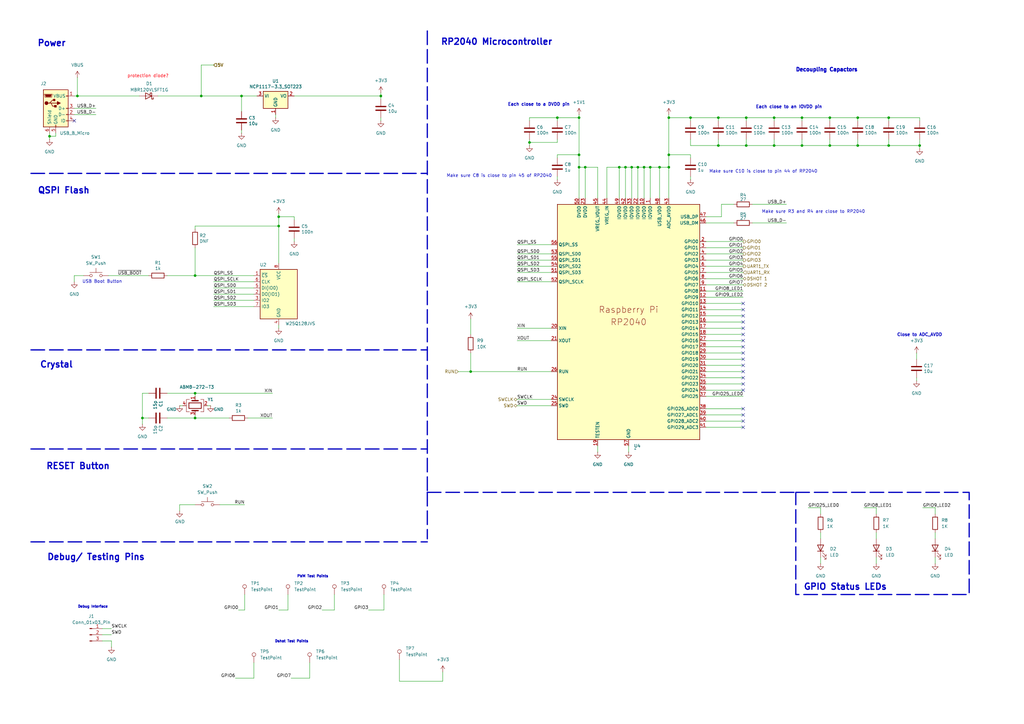
<source format=kicad_sch>
(kicad_sch (version 20231120) (generator "eeschema") (generator_version "8.0")
  (paper "A3")
  (title_block (title "RP2040 MCU") (date "2024-09-03") (rev "1") (company "Cabrillo Robotics"))
  (lib_symbols
    (symbol "Connector:Conn_01x03_Pin" (pin_names (offset 1.016) hide)
      (property "Reference" "J" (at 0 5.08 0))
      (property "Value" "Conn_01x03_Pin" (at 0 -5.08 0))
      (symbol "Conn_01x03_Pin_1_1"
        (polyline (pts (xy 1.27 -2.54) (xy 0.8636 -2.54)) (stroke (width 0.1524)))
        (polyline (pts (xy 1.27 0) (xy 0.8636 0)) (stroke (width 0.1524)))
        (polyline (pts (xy 1.27 2.54) (xy 0.8636 2.54)) (stroke (width 0.1524)))
        (rectangle (start 0.8636 -2.413) (end 0 -2.667) (stroke (width 0.1524)) (fill (type outline)))
        (rectangle (start 0.8636 0.127) (end 0 -0.127) (stroke (width 0.1524)) (fill (type outline)))
        (rectangle (start 0.8636 2.667) (end 0 2.413) (stroke (width 0.1524)) (fill (type outline)))
        (pin passive line (at 5.08 2.54 180) (length 3.81) (name "Pin_1") (number "1"))
        (pin passive line (at 5.08 0 180) (length 3.81) (name "Pin_2") (number "2"))
        (pin passive line (at 5.08 -2.54 180) (length 3.81) (name "Pin_3") (number "3"))
      )
    )
    (symbol "Connector:TestPoint" (pin_numbers hide) (pin_names (offset 0.762) hide)
      (property "Reference" "TP" (at 0 6.858 0))
      (property "Value" "TestPoint" (at 0 5.08 0))
      (symbol "TestPoint_0_1"
        (circle (center 0 3.302) (radius 0.762))
      )
      (symbol "TestPoint_1_1"
        (pin passive line (at 0 0 90) (length 2.54) (name "1") (number "1"))
      )
    )
    (symbol "Connector:USB_B_Micro" (pin_names (offset 1.016))
      (property "Reference" "J" (at -5.08 11.43 0))
      (property "Value" "USB_B_Micro" (at -5.08 8.89 0))
      (symbol "USB_B_Micro_0_1"
        (rectangle (start -5.08 -7.62) (end 5.08 7.62) (stroke (width 0.254)) (fill (type background)))
        (circle (center -3.81 2.159) (radius 0.635) (stroke (width 0.254)) (fill (type outline)))
        (circle (center -0.635 3.429) (radius 0.381) (stroke (width 0.254)) (fill (type outline)))
        (rectangle (start -0.127 -7.62) (end 0.127 -6.858))
        (polyline (pts (xy -1.905 2.159) (xy 0.635 2.159)) (stroke (width 0.254)))
        (polyline (pts (xy -3.175 2.159) (xy -2.54 2.159) (xy -1.27 3.429) (xy -0.635 3.429)) (stroke (width 0.254)))
        (polyline (pts (xy -2.54 2.159) (xy -1.905 2.159) (xy -1.27 0.889) (xy 0 0.889)) (stroke (width 0.254)))
        (polyline (pts (xy 0.635 2.794) (xy 0.635 1.524) (xy 1.905 2.159) (xy 0.635 2.794)) (stroke (width 0.254)) (fill (type outline)))
        (polyline (pts (xy -4.318 5.588) (xy -1.778 5.588) (xy -2.032 4.826) (xy -4.064 4.826) (xy -4.318 5.588)) (fill (type outline)))
        (polyline (pts (xy -4.699 5.842) (xy -4.699 5.588) (xy -4.445 4.826) (xy -4.445 4.572) (xy -1.651 4.572) (xy -1.651 4.826) (xy -1.397 5.588) (xy -1.397 5.842) (xy -4.699 5.842)))
        (rectangle (start 0.254 1.27) (end -0.508 0.508) (stroke (width 0.254)) (fill (type outline)))
        (rectangle (start 5.08 -5.207) (end 4.318 -4.953))
        (rectangle (start 5.08 -2.667) (end 4.318 -2.413))
        (rectangle (start 5.08 -0.127) (end 4.318 0.127))
        (rectangle (start 5.08 4.953) (end 4.318 5.207))
      )
      (symbol "USB_B_Micro_1_1"
        (pin power_out line (at 7.62 5.08 180) (length 2.54) (name "VBUS") (number "1"))
        (pin bidirectional line (at 7.62 -2.54 180) (length 2.54) (name "D-") (number "2"))
        (pin bidirectional line (at 7.62 0 180) (length 2.54) (name "D+") (number "3"))
        (pin passive line (at 7.62 -5.08 180) (length 2.54) (name "ID") (number "4"))
        (pin power_out line (at 0 -10.16 90) (length 2.54) (name "GND") (number "5"))
        (pin passive line (at -2.54 -10.16 90) (length 2.54) (name "Shield") (number "6"))
      )
    )
    (symbol "Device:C" (pin_numbers hide) (pin_names (offset 0.254))
      (property "Reference" "C" (at 0.635 2.54 0))
      (property "Value" "C" (at 0.635 -2.54 0))
      (symbol "C_0_1"
        (polyline (pts (xy -2.032 -0.762) (xy 2.032 -0.762)) (stroke (width 0.508)))
        (polyline (pts (xy -2.032 0.762) (xy 2.032 0.762)) (stroke (width 0.508)))
      )
      (symbol "C_1_1"
        (pin passive line (at 0 3.81 270) (length 2.794) (name "~") (number "1"))
        (pin passive line (at 0 -3.81 90) (length 2.794) (name "~") (number "2"))
      )
    )
    (symbol "Device:Crystal_GND24" (pin_names (offset 1.016) hide)
      (property "Reference" "Y" (at 3.175 5.08 0))
      (property "Value" "Crystal_GND24" (at 3.175 3.175 0))
      (symbol "Crystal_GND24_0_1"
        (rectangle (start -1.143 2.54) (end 1.143 -2.54) (stroke (width 0.3048)))
        (polyline (pts (xy -2.54 0) (xy -2.032 0)))
        (polyline (pts (xy -2.032 -1.27) (xy -2.032 1.27)) (stroke (width 0.508)))
        (polyline (pts (xy 0 -3.81) (xy 0 -3.556)))
        (polyline (pts (xy 0 3.556) (xy 0 3.81)))
        (polyline (pts (xy 2.032 -1.27) (xy 2.032 1.27)) (stroke (width 0.508)))
        (polyline (pts (xy 2.032 0) (xy 2.54 0)))
        (polyline (pts (xy -2.54 -2.286) (xy -2.54 -3.556) (xy 2.54 -3.556) (xy 2.54 -2.286)))
        (polyline (pts (xy -2.54 2.286) (xy -2.54 3.556) (xy 2.54 3.556) (xy 2.54 2.286)))
      )
      (symbol "Crystal_GND24_1_1"
        (pin passive line (at -3.81 0 0) (length 1.27) (name "1") (number "1"))
        (pin passive line (at 0 5.08 270) (length 1.27) (name "2") (number "2"))
        (pin passive line (at 3.81 0 180) (length 1.27) (name "3") (number "3"))
        (pin passive line (at 0 -5.08 90) (length 1.27) (name "4") (number "4"))
      )
    )
    (symbol "Device:LED" (pin_numbers hide) (pin_names (offset 1.016) hide)
      (property "Reference" "D" (at 0 2.54 0))
      (property "Value" "LED" (at 0 -2.54 0))
      (symbol "LED_0_1"
        (polyline (pts (xy -1.27 -1.27) (xy -1.27 1.27)) (stroke (width 0.254)))
        (polyline (pts (xy -1.27 0) (xy 1.27 0)))
        (polyline (pts (xy 1.27 -1.27) (xy 1.27 1.27) (xy -1.27 0) (xy 1.27 -1.27)) (stroke (width 0.254)))
        (polyline (pts (xy -3.048 -0.762) (xy -4.572 -2.286) (xy -3.81 -2.286) (xy -4.572 -2.286) (xy -4.572 -1.524)))
        (polyline (pts (xy -1.778 -0.762) (xy -3.302 -2.286) (xy -2.54 -2.286) (xy -3.302 -2.286) (xy -3.302 -1.524)))
      )
      (symbol "LED_1_1"
        (pin passive line (at -3.81 0 0) (length 2.54) (name "K") (number "1"))
        (pin passive line (at 3.81 0 180) (length 2.54) (name "A") (number "2"))
      )
    )
    (symbol "Device:R" (pin_numbers hide) (pin_names (offset 0))
      (property "Reference" "R" (at 2.032 0 90))
      (property "Value" "R" (at 0 0 90))
      (symbol "R_0_1"
        (rectangle (start -1.016 -2.54) (end 1.016 2.54) (stroke (width 0.254)))
      )
      (symbol "R_1_1"
        (pin passive line (at 0 3.81 270) (length 1.27) (name "~") (number "1"))
        (pin passive line (at 0 -3.81 90) (length 1.27) (name "~") (number "2"))
      )
    )
    (symbol "Diode:MBR0520LT" (pin_numbers hide) (pin_names (offset 1.016) hide)
      (property "Reference" "D" (at 0 2.54 0))
      (property "Value" "MBR0520LT" (at 0 -2.54 0))
      (symbol "MBR0520LT_0_1"
        (polyline (pts (xy 1.27 0) (xy -1.27 0)))
        (polyline (pts (xy 1.27 1.27) (xy 1.27 -1.27) (xy -1.27 0) (xy 1.27 1.27)) (stroke (width 0.254)))
        (polyline (pts (xy -1.905 0.635) (xy -1.905 1.27) (xy -1.27 1.27) (xy -1.27 -1.27) (xy -0.635 -1.27) (xy -0.635 -0.635)) (stroke (width 0.254)))
      )
      (symbol "MBR0520LT_1_1"
        (pin passive line (at -3.81 0 0) (length 2.54) (name "K") (number "1"))
        (pin passive line (at 3.81 0 180) (length 2.54) (name "A") (number "2"))
      )
    )
    (symbol "GND_1" (power) (pin_numbers hide) (pin_names (offset 0) hide)
      (property "Value" "GND" (at 0 -3.81 0))
      (symbol "GND_1_0_1"
        (polyline (pts (xy 0 0) (xy 0 -1.27) (xy 1.27 -1.27) (xy 0 -2.54) (xy -1.27 -1.27) (xy 0 -1.27)))
      )
      (symbol "GND_1_1_1"
        (pin power_in line (at 0 0 270) (length 0) (name "~") (number "1"))
      )
    )
    (symbol "GND_2" (power) (pin_numbers hide) (pin_names (offset 0) hide)
      (property "Value" "GND" (at 0 -3.81 0))
      (symbol "GND_2_0_1"
        (polyline (pts (xy 0 0) (xy 0 -1.27) (xy 1.27 -1.27) (xy 0 -2.54) (xy -1.27 -1.27) (xy 0 -1.27)))
      )
      (symbol "GND_2_1_1"
        (pin power_in line (at 0 0 270) (length 0) (name "~") (number "1"))
      )
    )
    (symbol "Memory_Flash:W25Q128JVS"
      (property "Reference" "U" (at -8.89 8.89 0))
      (property "Value" "W25Q128JVS" (at 7.62 8.89 0))
      (symbol "W25Q128JVS_0_1"
        (rectangle (start -7.62 10.16) (end 7.62 -10.16) (stroke (width 0.254)) (fill (type background)))
      )
      (symbol "W25Q128JVS_1_1"
        (pin input line (at -10.16 7.62 0) (length 2.54) (name "~{CS}") (number "1"))
        (pin bidirectional line (at -10.16 0 0) (length 2.54) (name "DO(IO1)") (number "2"))
        (pin bidirectional line (at -10.16 -2.54 0) (length 2.54) (name "IO2") (number "3"))
        (pin power_in line (at 0 -12.7 90) (length 2.54) (name "GND") (number "4"))
        (pin bidirectional line (at -10.16 2.54 0) (length 2.54) (name "DI(IO0)") (number "5"))
        (pin input line (at -10.16 5.08 0) (length 2.54) (name "CLK") (number "6"))
        (pin bidirectional line (at -10.16 -5.08 0) (length 2.54) (name "IO3") (number "7"))
        (pin power_in line (at 0 12.7 270) (length 2.54) (name "VCC") (number "8"))
      )
    )
    (symbol "RP_2040:RP2040"
      (property "Reference" "U" (at 0 0 0))
      (symbol "RP2040_0_0"
        (text "Raspberry Pi" (at 0 7.62 0) (effects (font (size 2.54 2.54))))
        (text "RP2040" (at 0 2.54 0) (effects (font (size 2.54 2.54))))
      )
      (symbol "RP2040_0_1"
        (rectangle (start 29.21 50.8) (end -29.21 -45.72) (stroke (width 0.254)) (fill (type background)))
      )
      (symbol "RP2040_1_1"
        (pin power_in line (at 8.89 53.34 270) (length 2.54) (name "IOVDD") (number "1"))
        (pin power_in line (at 6.35 53.34 270) (length 2.54) (name "IOVDD") (number "10"))
        (pin bidirectional line (at 31.75 15.24 180) (length 2.54) (name "GPIO8") (number "11"))
        (pin bidirectional line (at 31.75 12.7 180) (length 2.54) (name "GPIO9") (number "12"))
        (pin bidirectional line (at 31.75 10.16 180) (length 2.54) (name "GPIO10") (number "13"))
        (pin bidirectional line (at 31.75 7.62 180) (length 2.54) (name "GPIO11") (number "14"))
        (pin bidirectional line (at 31.75 5.08 180) (length 2.54) (name "GPIO12") (number "15"))
        (pin bidirectional line (at 31.75 2.54 180) (length 2.54) (name "GPIO13") (number "16"))
        (pin bidirectional line (at 31.75 0 180) (length 2.54) (name "GPIO14") (number "17"))
        (pin bidirectional line (at 31.75 -2.54 180) (length 2.54) (name "GPIO15") (number "18"))
        (pin passive line (at -12.7 -48.26 90) (length 2.54) (name "TESTEN") (number "19"))
        (pin bidirectional line (at 31.75 35.56 180) (length 2.54) (name "GPIO0") (number "2"))
        (pin input line (at -31.75 0 0) (length 2.54) (name "XIN") (number "20"))
        (pin passive line (at -31.75 -5.08 0) (length 2.54) (name "XOUT") (number "21"))
        (pin power_in line (at 3.81 53.34 270) (length 2.54) (name "IOVDD") (number "22"))
        (pin power_in line (at -17.78 53.34 270) (length 2.54) (name "DVDD") (number "23"))
        (pin output line (at -31.75 -29.21 0) (length 2.54) (name "SWCLK") (number "24"))
        (pin bidirectional line (at -31.75 -31.75 0) (length 2.54) (name "SWD") (number "25"))
        (pin input line (at -31.75 -17.78 0) (length 2.54) (name "RUN") (number "26"))
        (pin bidirectional line (at 31.75 -5.08 180) (length 2.54) (name "GPIO16") (number "27"))
        (pin bidirectional line (at 31.75 -7.62 180) (length 2.54) (name "GPIO17") (number "28"))
        (pin bidirectional line (at 31.75 -10.16 180) (length 2.54) (name "GPIO18") (number "29"))
        (pin bidirectional line (at 31.75 33.02 180) (length 2.54) (name "GPIO1") (number "3"))
        (pin bidirectional line (at 31.75 -12.7 180) (length 2.54) (name "GPIO19") (number "30"))
        (pin bidirectional line (at 31.75 -15.24 180) (length 2.54) (name "GPIO20") (number "31"))
        (pin bidirectional line (at 31.75 -17.78 180) (length 2.54) (name "GPIO21") (number "32"))
        (pin power_in line (at 1.27 53.34 270) (length 2.54) (name "IOVDD") (number "33"))
        (pin bidirectional line (at 31.75 -20.32 180) (length 2.54) (name "GPIO22") (number "34"))
        (pin bidirectional line (at 31.75 -22.86 180) (length 2.54) (name "GPIO23") (number "35"))
        (pin bidirectional line (at 31.75 -25.4 180) (length 2.54) (name "GPIO24") (number "36"))
        (pin bidirectional line (at 31.75 -27.94 180) (length 2.54) (name "GPIO25") (number "37"))
        (pin bidirectional line (at 31.75 -33.02 180) (length 2.54) (name "GPIO26_ADC0") (number "38"))
        (pin bidirectional line (at 31.75 -35.56 180) (length 2.54) (name "GPIO27_ADC1") (number "39"))
        (pin bidirectional line (at 31.75 30.48 180) (length 2.54) (name "GPIO2") (number "4"))
        (pin bidirectional line (at 31.75 -38.1 180) (length 2.54) (name "GPIO28_ADC2") (number "40"))
        (pin bidirectional line (at 31.75 -40.64 180) (length 2.54) (name "GPIO29_ADC3") (number "41"))
        (pin power_in line (at -1.27 53.34 270) (length 2.54) (name "IOVDD") (number "42"))
        (pin power_in line (at 16.51 53.34 270) (length 2.54) (name "ADC_AVDD") (number "43"))
        (pin power_in line (at -8.89 53.34 270) (length 2.54) (name "VREG_IN") (number "44"))
        (pin power_out line (at -12.7 53.34 270) (length 2.54) (name "VREG_VOUT") (number "45"))
        (pin bidirectional line (at 31.75 43.18 180) (length 2.54) (name "USB_DM") (number "46"))
        (pin bidirectional line (at 31.75 45.72 180) (length 2.54) (name "USB_DP") (number "47"))
        (pin power_in line (at 12.7 53.34 270) (length 2.54) (name "USB_VDD") (number "48"))
        (pin power_in line (at -3.81 53.34 270) (length 2.54) (name "IOVDD") (number "49"))
        (pin bidirectional line (at 31.75 27.94 180) (length 2.54) (name "GPIO3") (number "5"))
        (pin power_in line (at -20.32 53.34 270) (length 2.54) (name "DVDD") (number "50"))
        (pin bidirectional line (at -31.75 22.86 0) (length 2.54) (name "QSPI_SD3") (number "51"))
        (pin output line (at -31.75 19.05 0) (length 2.54) (name "QSPI_SCLK") (number "52"))
        (pin bidirectional line (at -31.75 30.48 0) (length 2.54) (name "QSPI_SD0") (number "53"))
        (pin bidirectional line (at -31.75 25.4 0) (length 2.54) (name "QSPI_SD2") (number "54"))
        (pin bidirectional line (at -31.75 27.94 0) (length 2.54) (name "QSPI_SD1") (number "55"))
        (pin bidirectional line (at -31.75 34.29 0) (length 2.54) (name "QSPI_SS") (number "56"))
        (pin power_in line (at 0 -48.26 90) (length 2.54) (name "GND") (number "57"))
        (pin bidirectional line (at 31.75 25.4 180) (length 2.54) (name "GPIO4") (number "6"))
        (pin bidirectional line (at 31.75 22.86 180) (length 2.54) (name "GPIO5") (number "7"))
        (pin bidirectional line (at 31.75 20.32 180) (length 2.54) (name "GPIO6") (number "8"))
        (pin bidirectional line (at 31.75 17.78 180) (length 2.54) (name "GPIO7") (number "9"))
      )
    )
    (symbol "Regulator_Linear:NCP1117-3.3_SOT223"
      (property "Reference" "U" (at -3.81 3.175 0))
      (property "Value" "NCP1117-3.3_SOT223" (at 0 3.175 0))
      (symbol "NCP1117-3.3_SOT223_0_1"
        (rectangle (start -5.08 -5.08) (end 5.08 1.905) (stroke (width 0.254)) (fill (type background)))
      )
      (symbol "NCP1117-3.3_SOT223_1_1"
        (pin power_in line (at 0 -7.62 90) (length 2.54) (name "GND") (number "1"))
        (pin power_out line (at 7.62 0 180) (length 2.54) (name "VO") (number "2"))
        (pin power_in line (at -7.62 0 0) (length 2.54) (name "VI") (number "3"))
      )
    )
    (symbol "Switch:SW_Push" (pin_numbers hide) (pin_names (offset 1.016) hide)
      (property "Reference" "SW" (at 1.27 2.54 0))
      (property "Value" "SW_Push" (at 0 -1.524 0))
      (symbol "SW_Push_0_1"
        (circle (center -2.032 0) (radius 0.508))
        (polyline (pts (xy 0 1.27) (xy 0 3.048)))
        (polyline (pts (xy 2.54 1.27) (xy -2.54 1.27)))
        (circle (center 2.032 0) (radius 0.508))
        (pin passive line (at -5.08 0 0) (length 2.54) (name "1") (number "1"))
        (pin passive line (at 5.08 0 180) (length 2.54) (name "2") (number "2"))
      )
    )
    (symbol "power:+3.3V" (power) (pin_numbers hide) (pin_names (offset 0) hide)
      (property "Value" "+3.3V" (at 0 3.556 0))
      (symbol "+3.3V_0_1"
        (polyline (pts (xy -0.762 1.27) (xy 0 2.54)))
        (polyline (pts (xy 0 0) (xy 0 2.54)))
        (polyline (pts (xy 0 2.54) (xy 0.762 1.27)))
      )
      (symbol "+3.3V_1_1"
        (pin power_in line (at 0 0 90) (length 0) (name "~") (number "1"))
      )
    )
    (symbol "power:GND" (power) (pin_names (offset 0))
      (property "Value" "GND" (at 0 -3.81 0))
      (symbol "GND_0_1"
        (polyline (pts (xy 0 0) (xy 0 -1.27) (xy 1.27 -1.27) (xy 0 -2.54) (xy -1.27 -1.27) (xy 0 -1.27)))
      )
      (symbol "GND_1_1"
        (pin power_in line (at 0 0 270) (length 0) hide (name "GND") (number "1"))
      )
    )
  )
  (junction (at 193.04 152.4))
  (junction (at 377.19 59.69))
  (junction (at 80.01 171.45))
  (junction (at 274.32 63.5))
  (junction (at 317.5 48.26))
  (junction (at 274.32 68.58))
  (junction (at 156.21 39.37))
  (junction (at 114.3 88.9))
  (junction (at 328.93 59.69))
  (junction (at 340.36 48.26))
  (junction (at 237.49 68.58))
  (junction (at 340.36 59.69))
  (junction (at 283.21 48.26))
  (junction (at 364.49 59.69))
  (junction (at 306.07 48.26))
  (junction (at 80.01 161.29))
  (junction (at 261.62 68.58))
  (junction (at 264.16 68.58))
  (junction (at 256.54 68.58))
  (junction (at 351.79 48.26))
  (junction (at 82.55 39.37))
  (junction (at 228.6 48.26))
  (junction (at 294.64 59.69))
  (junction (at 114.3 92.71))
  (junction (at 80.01 113.03))
  (junction (at 237.49 48.26))
  (junction (at 259.08 68.58))
  (junction (at 240.03 68.58))
  (junction (at 31.75 39.37))
  (junction (at 328.93 48.26))
  (junction (at 274.32 48.26))
  (junction (at 317.5 59.69))
  (junction (at 351.79 59.69))
  (junction (at 58.42 171.45))
  (junction (at 266.7 68.58))
  (junction (at 294.64 48.26))
  (junction (at 364.49 48.26))
  (junction (at 237.49 63.5))
  (junction (at 270.51 68.58))
  (junction (at 20.32 55.88))
  (junction (at 99.06 39.37))
  (junction (at 254 68.58))
  (junction (at 217.17 58.42))
  (junction (at 306.07 59.69))
  (no_connect (at 30.48 49.53))
  (no_connect (at 304.8 127))
  (no_connect (at 304.8 124.46))
  (no_connect (at 304.8 149.86))
  (no_connect (at 304.8 142.24))
  (no_connect (at 304.8 157.48))
  (no_connect (at 304.8 139.7))
  (no_connect (at 304.8 144.78))
  (no_connect (at 304.8 129.54))
  (no_connect (at 304.8 170.18))
  (no_connect (at 304.8 167.64))
  (no_connect (at 304.8 134.62))
  (no_connect (at 304.8 175.26))
  (no_connect (at 304.8 147.32))
  (no_connect (at 304.8 152.4))
  (no_connect (at 304.8 132.08))
  (no_connect (at 304.8 154.94))
  (no_connect (at 304.8 172.72))
  (no_connect (at 304.8 137.16))
  (no_connect (at 304.8 160.02))
  (wire (pts (xy 336.55 210.82) (xy 336.55 208.28)))
  (wire (pts (xy 31.75 39.37) (xy 57.15 39.37)))
  (wire (pts (xy 328.93 59.69) (xy 317.5 59.69)))
  (wire (pts (xy 22.86 54.61) (xy 22.86 55.88)))
  (wire (pts (xy 364.49 49.53) (xy 364.49 48.26)))
  (wire (pts (xy 99.06 39.37) (xy 99.06 45.72)))
  (wire (pts (xy 104.14 278.13) (xy 104.14 271.78)))
  (wire (pts (xy 289.56 162.56) (xy 304.8 162.56)))
  (wire (pts (xy 228.6 63.5) (xy 237.49 63.5)))
  (wire (pts (xy 82.55 39.37) (xy 99.06 39.37)))
  (wire (pts (xy 340.36 49.53) (xy 340.36 48.26)))
  (wire (pts (xy 283.21 57.15) (xy 283.21 59.69)))
  (wire (pts (xy 289.56 172.72) (xy 304.8 172.72)))
  (wire (pts (xy 156.21 40.64) (xy 156.21 39.37)))
  (wire (pts (xy 351.79 48.26) (xy 364.49 48.26)))
  (wire (pts (xy 289.56 91.44) (xy 300.99 91.44)))
  (wire (pts (xy 317.5 49.53) (xy 317.5 48.26)))
  (wire (pts (xy 317.5 57.15) (xy 317.5 59.69)))
  (polyline (pts (xy 12.7 184.15) (xy 175.26 184.15)) (stroke (width 0.508) (type dash)))
  (wire (pts (xy 289.56 175.26) (xy 304.8 175.26)))
  (wire (pts (xy 118.11 250.19) (xy 118.11 243.84)))
  (wire (pts (xy 377.19 57.15) (xy 377.19 59.69)))
  (wire (pts (xy 289.56 170.18) (xy 304.8 170.18)))
  (wire (pts (xy 212.09 134.62) (xy 226.06 134.62)))
  (wire (pts (xy 114.3 92.71) (xy 114.3 107.95)))
  (wire (pts (xy 85.09 166.37) (xy 86.36 166.37)))
  (wire (pts (xy 80.01 92.71) (xy 114.3 92.71)))
  (wire (pts (xy 114.3 88.9) (xy 114.3 92.71)))
  (wire (pts (xy 294.64 49.53) (xy 294.64 48.26)))
  (wire (pts (xy 193.04 152.4) (xy 226.06 152.4)))
  (wire (pts (xy 217.17 49.53) (xy 217.17 48.26)))
  (wire (pts (xy 237.49 48.26) (xy 237.49 63.5)))
  (wire (pts (xy 351.79 57.15) (xy 351.79 59.69)))
  (wire (pts (xy 41.91 257.81) (xy 45.72 257.81)))
  (wire (pts (xy 378.46 208.28) (xy 383.54 208.28)))
  (wire (pts (xy 340.36 57.15) (xy 340.36 59.69)))
  (wire (pts (xy 294.64 59.69) (xy 283.21 59.69)))
  (wire (pts (xy 289.56 127) (xy 304.8 127)))
  (wire (pts (xy 274.32 68.58) (xy 274.32 81.28)))
  (wire (pts (xy 245.11 68.58) (xy 240.03 68.58)))
  (wire (pts (xy 254 81.28) (xy 254 68.58)))
  (wire (pts (xy 181.61 275.59) (xy 181.61 279.4)))
  (wire (pts (xy 317.5 48.26) (xy 328.93 48.26)))
  (wire (pts (xy 104.14 125.73) (xy 87.63 125.73)))
  (wire (pts (xy 289.56 88.9) (xy 295.91 88.9)))
  (wire (pts (xy 240.03 81.28) (xy 240.03 68.58)))
  (wire (pts (xy 60.96 161.29) (xy 58.42 161.29)))
  (wire (pts (xy 264.16 81.28) (xy 264.16 68.58)))
  (wire (pts (xy 73.66 209.55) (xy 73.66 207.01)))
  (wire (pts (xy 187.96 152.4) (xy 193.04 152.4)))
  (wire (pts (xy 212.09 109.22) (xy 226.06 109.22)))
  (wire (pts (xy 228.6 48.26) (xy 237.49 48.26)))
  (wire (pts (xy 119.38 278.13) (xy 127 278.13)))
  (wire (pts (xy 163.83 279.4) (xy 163.83 270.51)))
  (wire (pts (xy 73.66 166.37) (xy 74.93 166.37)))
  (wire (pts (xy 289.56 104.14) (xy 304.8 104.14)))
  (wire (pts (xy 82.55 26.67) (xy 82.55 39.37)))
  (wire (pts (xy 270.51 81.28) (xy 270.51 68.58)))
  (wire (pts (xy 289.56 111.76) (xy 304.8 111.76)))
  (wire (pts (xy 306.07 57.15) (xy 306.07 59.69)))
  (wire (pts (xy 100.33 250.19) (xy 100.33 243.84)))
  (wire (pts (xy 226.06 163.83) (xy 212.09 163.83)))
  (wire (pts (xy 228.6 49.53) (xy 228.6 48.26)))
  (wire (pts (xy 331.47 208.28) (xy 336.55 208.28)))
  (wire (pts (xy 120.65 39.37) (xy 156.21 39.37)))
  (wire (pts (xy 157.48 250.19) (xy 157.48 243.84)))
  (wire (pts (xy 60.96 113.03) (xy 44.45 113.03)))
  (wire (pts (xy 377.19 59.69) (xy 377.19 60.96)))
  (wire (pts (xy 257.81 182.88) (xy 257.81 185.42)))
  (wire (pts (xy 20.32 55.88) (xy 20.32 57.15)))
  (wire (pts (xy 256.54 81.28) (xy 256.54 68.58)))
  (wire (pts (xy 212.09 111.76) (xy 226.06 111.76)))
  (wire (pts (xy 163.83 279.4) (xy 181.61 279.4)))
  (wire (pts (xy 80.01 161.29) (xy 111.76 161.29)))
  (wire (pts (xy 354.33 208.28) (xy 359.41 208.28)))
  (wire (pts (xy 87.63 115.57) (xy 104.14 115.57)))
  (wire (pts (xy 226.06 115.57) (xy 212.09 115.57)))
  (wire (pts (xy 294.64 48.26) (xy 306.07 48.26)))
  (wire (pts (xy 351.79 59.69) (xy 364.49 59.69)))
  (wire (pts (xy 80.01 162.56) (xy 80.01 161.29)))
  (wire (pts (xy 120.65 88.9) (xy 114.3 88.9)))
  (wire (pts (xy 212.09 104.14) (xy 226.06 104.14)))
  (wire (pts (xy 270.51 68.58) (xy 274.32 68.58)))
  (wire (pts (xy 375.92 144.78) (xy 375.92 147.32)))
  (wire (pts (xy 289.56 152.4) (xy 304.8 152.4)))
  (wire (pts (xy 289.56 99.06) (xy 304.8 99.06)))
  (wire (pts (xy 87.63 26.67) (xy 82.55 26.67)))
  (wire (pts (xy 248.92 68.58) (xy 254 68.58)))
  (wire (pts (xy 240.03 68.58) (xy 237.49 68.58)))
  (wire (pts (xy 289.56 134.62) (xy 304.8 134.62)))
  (wire (pts (xy 30.48 39.37) (xy 31.75 39.37)))
  (wire (pts (xy 68.58 161.29) (xy 80.01 161.29)))
  (wire (pts (xy 104.14 120.65) (xy 87.63 120.65)))
  (wire (pts (xy 289.56 124.46) (xy 304.8 124.46)))
  (wire (pts (xy 306.07 49.53) (xy 306.07 48.26)))
  (wire (pts (xy 217.17 58.42) (xy 217.17 59.69)))
  (wire (pts (xy 383.54 210.82) (xy 383.54 208.28)))
  (wire (pts (xy 294.64 57.15) (xy 294.64 59.69)))
  (wire (pts (xy 351.79 49.53) (xy 351.79 48.26)))
  (wire (pts (xy 212.09 106.68) (xy 226.06 106.68)))
  (wire (pts (xy 283.21 49.53) (xy 283.21 48.26)))
  (wire (pts (xy 30.48 46.99) (xy 39.37 46.99)))
  (wire (pts (xy 20.32 54.61) (xy 20.32 55.88)))
  (wire (pts (xy 237.49 46.99) (xy 237.49 48.26)))
  (wire (pts (xy 99.06 53.34) (xy 99.06 54.61)))
  (wire (pts (xy 68.58 171.45) (xy 80.01 171.45)))
  (wire (pts (xy 101.6 171.45) (xy 111.76 171.45)))
  (wire (pts (xy 274.32 48.26) (xy 283.21 48.26)))
  (wire (pts (xy 120.65 90.17) (xy 120.65 88.9)))
  (wire (pts (xy 283.21 64.77) (xy 283.21 63.5)))
  (wire (pts (xy 58.42 171.45) (xy 58.42 173.99)))
  (wire (pts (xy 289.56 167.64) (xy 304.8 167.64)))
  (wire (pts (xy 289.56 116.84) (xy 304.8 116.84)))
  (wire (pts (xy 132.08 250.19) (xy 137.16 250.19)))
  (wire (pts (xy 41.91 260.35) (xy 45.72 260.35)))
  (wire (pts (xy 226.06 100.33) (xy 212.09 100.33)))
  (wire (pts (xy 261.62 81.28) (xy 261.62 68.58)))
  (wire (pts (xy 359.41 228.6) (xy 359.41 231.14)))
  (polyline (pts (xy 12.7 143.51) (xy 175.26 143.51)) (stroke (width 0.508) (type dash)))
  (wire (pts (xy 120.65 97.79) (xy 120.65 99.06)))
  (wire (pts (xy 245.11 81.28) (xy 245.11 68.58)))
  (wire (pts (xy 228.6 58.42) (xy 228.6 57.15)))
  (wire (pts (xy 73.66 207.01) (xy 80.01 207.01)))
  (polyline (pts (xy 175.26 201.93) (xy 175.26 220.98)) (stroke (width 0.508) (type dash)))
  (wire (pts (xy 237.49 63.5) (xy 237.49 68.58)))
  (wire (pts (xy 104.14 118.11) (xy 87.63 118.11)))
  (wire (pts (xy 245.11 182.88) (xy 245.11 185.42)))
  (wire (pts (xy 364.49 59.69) (xy 377.19 59.69)))
  (wire (pts (xy 261.62 68.58) (xy 264.16 68.58)))
  (wire (pts (xy 113.03 46.99) (xy 113.03 48.26)))
  (wire (pts (xy 289.56 157.48) (xy 304.8 157.48)))
  (wire (pts (xy 80.01 113.03) (xy 104.14 113.03)))
  (wire (pts (xy 336.55 228.6) (xy 336.55 231.14)))
  (wire (pts (xy 317.5 59.69) (xy 306.07 59.69)))
  (wire (pts (xy 274.32 63.5) (xy 283.21 63.5)))
  (wire (pts (xy 336.55 218.44) (xy 336.55 220.98)))
  (wire (pts (xy 137.16 250.19) (xy 137.16 243.84)))
  (wire (pts (xy 340.36 59.69) (xy 351.79 59.69)))
  (wire (pts (xy 377.19 49.53) (xy 377.19 48.26)))
  (polyline (pts (xy 12.7 71.12) (xy 175.26 71.12)) (stroke (width 0.508) (type dash)))
  (wire (pts (xy 256.54 68.58) (xy 259.08 68.58)))
  (wire (pts (xy 217.17 57.15) (xy 217.17 58.42)))
  (wire (pts (xy 289.56 106.68) (xy 304.8 106.68)))
  (wire (pts (xy 156.21 39.37) (xy 156.21 38.1)))
  (wire (pts (xy 90.17 207.01) (xy 100.33 207.01)))
  (wire (pts (xy 58.42 161.29) (xy 58.42 171.45)))
  (wire (pts (xy 328.93 49.53) (xy 328.93 48.26)))
  (wire (pts (xy 264.16 68.58) (xy 266.7 68.58)))
  (wire (pts (xy 30.48 44.45) (xy 39.37 44.45)))
  (wire (pts (xy 114.3 87.63) (xy 114.3 88.9)))
  (wire (pts (xy 328.93 57.15) (xy 328.93 59.69)))
  (wire (pts (xy 45.72 262.89) (xy 41.91 262.89)))
  (wire (pts (xy 96.52 278.13) (xy 104.14 278.13)))
  (wire (pts (xy 30.48 113.03) (xy 34.29 113.03)))
  (wire (pts (xy 289.56 149.86) (xy 304.8 149.86)))
  (wire (pts (xy 217.17 48.26) (xy 228.6 48.26)))
  (wire (pts (xy 289.56 119.38) (xy 304.8 119.38)))
  (wire (pts (xy 274.32 48.26) (xy 274.32 63.5)))
  (wire (pts (xy 259.08 68.58) (xy 261.62 68.58)))
  (wire (pts (xy 340.36 48.26) (xy 351.79 48.26)))
  (wire (pts (xy 99.06 39.37) (xy 105.41 39.37)))
  (wire (pts (xy 217.17 58.42) (xy 228.6 58.42)))
  (wire (pts (xy 226.06 166.37) (xy 212.09 166.37)))
  (wire (pts (xy 289.56 132.08) (xy 304.8 132.08)))
  (wire (pts (xy 64.77 39.37) (xy 82.55 39.37)))
  (wire (pts (xy 266.7 68.58) (xy 270.51 68.58)))
  (wire (pts (xy 364.49 57.15) (xy 364.49 59.69)))
  (wire (pts (xy 289.56 144.78) (xy 304.8 144.78)))
  (polyline (pts (xy 175.26 12.7) (xy 175.26 201.93)) (stroke (width 0.508) (type dash)))
  (wire (pts (xy 266.7 68.58) (xy 266.7 81.28)))
  (wire (pts (xy 289.56 137.16) (xy 304.8 137.16)))
  (wire (pts (xy 127 278.13) (xy 127 271.78)))
  (wire (pts (xy 228.6 64.77) (xy 228.6 63.5)))
  (wire (pts (xy 80.01 171.45) (xy 93.98 171.45)))
  (wire (pts (xy 254 68.58) (xy 256.54 68.58)))
  (wire (pts (xy 193.04 130.81) (xy 193.04 137.16)))
  (wire (pts (xy 228.6 72.39) (xy 228.6 73.66)))
  (wire (pts (xy 237.49 68.58) (xy 237.49 81.28)))
  (wire (pts (xy 80.01 170.18) (xy 80.01 171.45)))
  (wire (pts (xy 306.07 48.26) (xy 317.5 48.26)))
  (wire (pts (xy 274.32 63.5) (xy 274.32 68.58)))
  (wire (pts (xy 97.79 250.19) (xy 100.33 250.19)))
  (wire (pts (xy 289.56 121.92) (xy 304.8 121.92)))
  (wire (pts (xy 31.75 31.75) (xy 31.75 39.37)))
  (wire (pts (xy 45.72 265.43) (xy 45.72 262.89)))
  (wire (pts (xy 289.56 160.02) (xy 304.8 160.02)))
  (wire (pts (xy 60.96 171.45) (xy 58.42 171.45)))
  (wire (pts (xy 151.13 250.19) (xy 157.48 250.19)))
  (wire (pts (xy 340.36 59.69) (xy 328.93 59.69)))
  (wire (pts (xy 274.32 46.99) (xy 274.32 48.26)))
  (wire (pts (xy 295.91 83.82) (xy 300.99 83.82)))
  (wire (pts (xy 383.54 218.44) (xy 383.54 220.98)))
  (wire (pts (xy 80.01 93.98) (xy 80.01 92.71)))
  (wire (pts (xy 308.61 91.44) (xy 322.58 91.44)))
  (wire (pts (xy 114.3 250.19) (xy 118.11 250.19)))
  (polyline (pts (xy 175.26 201.93) (xy 326.39 201.93)) (stroke (width 0.508) (type dash)))
  (wire (pts (xy 289.56 129.54) (xy 304.8 129.54)))
  (wire (pts (xy 289.56 109.22) (xy 304.8 109.22)))
  (wire (pts (xy 104.14 123.19) (xy 87.63 123.19)))
  (wire (pts (xy 80.01 101.6) (xy 80.01 113.03)))
  (wire (pts (xy 289.56 142.24) (xy 304.8 142.24)))
  (wire (pts (xy 283.21 72.39) (xy 283.21 73.66)))
  (wire (pts (xy 289.56 114.3) (xy 304.8 114.3)))
  (wire (pts (xy 289.56 139.7) (xy 304.8 139.7)))
  (wire (pts (xy 359.41 210.82) (xy 359.41 208.28)))
  (wire (pts (xy 283.21 48.26) (xy 294.64 48.26)))
  (polyline (pts (xy 12.7 222.25) (xy 175.26 222.25)) (stroke (width 0.508) (type dash)))
  (wire (pts (xy 359.41 218.44) (xy 359.41 220.98)))
  (wire (pts (xy 22.86 55.88) (xy 20.32 55.88)))
  (wire (pts (xy 193.04 144.78) (xy 193.04 152.4)))
  (wire (pts (xy 306.07 59.69) (xy 294.64 59.69)))
  (wire (pts (xy 68.58 113.03) (xy 80.01 113.03)))
  (wire (pts (xy 383.54 228.6) (xy 383.54 231.14)))
  (wire (pts (xy 289.56 101.6) (xy 304.8 101.6)))
  (wire (pts (xy 375.92 154.94) (xy 375.92 156.21)))
  (wire (pts (xy 114.3 133.35) (xy 114.3 134.62)))
  (wire (pts (xy 289.56 147.32) (xy 304.8 147.32)))
  (wire (pts (xy 295.91 83.82) (xy 295.91 88.9)))
  (wire (pts (xy 248.92 81.28) (xy 248.92 68.58)))
  (wire (pts (xy 328.93 48.26) (xy 340.36 48.26)))
  (wire (pts (xy 364.49 48.26) (xy 377.19 48.26)))
  (wire (pts (xy 259.08 81.28) (xy 259.08 68.58)))
  (wire (pts (xy 308.61 83.82) (xy 322.58 83.82)))
  (wire (pts (xy 226.06 139.7) (xy 212.09 139.7)))
  (wire (pts (xy 289.56 154.94) (xy 304.8 154.94)))
  (wire (pts (xy 156.21 48.26) (xy 156.21 49.53)))
  (wire (pts (xy 30.48 115.57) (xy 30.48 113.03)))
  (rectangle (start 397.51 243.84) (end 397.51 243.84))
  (rectangle (start 326.39 201.93) (end 397.51 243.84) (stroke (width 0.508) (type dash)))
  (text "Make sure C8 is close to pin 45 of RP2040" (at 183.134 72.898 0) (effects (font (size 1.27 1.27)) (justify left bottom)))
  (text "Debug/ Testing Pins" (at 39.37 228.6 0) (effects (font (size 2.54 2.54) (thickness 0.508) (bold yes))))
  (text "Decoupling Capactors" (at 339.09 28.702 0) (effects (font (size 1.524 1.524) (thickness 0.508) (bold yes))))
  (text "Make sure R3 and R4 are close to RP2040" (at 312.42 87.63 0) (effects (font (size 1.27 1.27)) (justify left bottom)))
  (text "Make sure C10 is close to pin 44 of RP2040" (at 290.83 71.12 0) (effects (font (size 1.27 1.27)) (justify left bottom)))
  (text "Power" (at 15.24 19.304 0) (effects (font (size 2.54 2.54) (thickness 0.508) (bold yes)) (justify left bottom)))
  (text "Each close to an IOVDD pin" (at 323.596 43.942 0) (effects (font (size 1.27 1.27) (thickness 0.254) (bold yes))))
  (text "USB Boot Button" (at 41.91 115.57 0) (effects (font (size 1.27 1.27))))
  (text "RP2040 Microcontroller" (at 203.708 17.272 0) (effects (font (size 2.54 2.54) (thickness 0.508) (bold yes))))
  (text "RESET Button" (at 18.796 192.786 0) (effects (font (size 2.54 2.54) (thickness 0.508) (bold yes)) (justify left bottom)))
  (text "protection diode?" (at 60.706 31.242 0) (effects (font (size 1.27 1.27))))
  (text "PWM Test Points" (at 128.27 236.474 0) (effects (font (size 1.016 1.016) (thickness 0.508) (bold yes))))
  (text "Each close to a DVDD pin" (at 220.98 42.926 0) (effects (font (size 1.27 1.27) (thickness 0.254) (bold yes))))
  (text "Close to ADC_AVDD" (at 377.19 137.414 0) (effects (font (size 1.27 1.27) (thickness 0.254) (bold yes))))
  (text "Dshot Test Points" (at 119.634 263.144 0) (effects (font (size 1.016 1.016) (thickness 0.508) (bold yes))))
  (text "Crystal" (at 16.256 151.13 0) (effects (font (size 2.54 2.54) (thickness 0.508) (bold yes)) (justify left bottom)))
  (text "QSPI Flash" (at 26.162 78.232 0) (effects (font (size 2.54 2.54) (thickness 0.508) (bold yes))))
  (text "Debug Interface" (at 38.1 248.92 0) (effects (font (size 1.016 1.016) (thickness 0.508) (bold yes))))
  (text "GPIO Status LEDs" (at 346.71 240.792 0) (effects (font (size 2.54 2.54) (thickness 0.508) (bold yes))))
  (label "QSPI_SCLK" (at 87.63 115.57 0))
  (label "GPIO9_LED2" (at 378.46 208.28 0))
  (label "QSPI_SD1" (at 212.09 106.68 0))
  (label "RUN" (at 212.09 152.4 0))
  (label "RUN" (at 100.33 207.01 180))
  (label "~{USB_BOOT}" (at 48.26 113.03 0))
  (label "QSPI_SS" (at 87.63 113.03 0))
  (label "GPIO2" (at 304.8 104.14 180))
  (label "GPIO9_LED2" (at 304.8 121.92 180))
  (label "XOUT" (at 111.76 171.45 180))
  (label "GPIO6" (at 304.8 114.3 180))
  (label "GPIO3" (at 304.8 106.68 180))
  (label "QSPI_SD2" (at 87.63 123.19 0))
  (label "GPIO25_LED0" (at 304.8 162.56 180))
  (label "GPIO7" (at 304.8 116.84 180))
  (label "GPIO2" (at 132.08 250.19 180))
  (label "SWCLK" (at 45.72 257.81 0))
  (label "QSPI_SD0" (at 212.09 104.14 0))
  (label "USB_D-" (at 39.37 46.99 180))
  (label "USB_D-" (at 322.58 91.44 180))
  (label "XOUT" (at 212.09 139.7 0))
  (label "GPIO8_LED1" (at 354.33 208.28 0))
  (label "QSPI_SCLK" (at 212.09 115.57 0))
  (label "QSPI_SD1" (at 87.63 120.65 0))
  (label "GPIO1" (at 114.3 250.19 180))
  (label "GPIO6" (at 96.52 278.13 180))
  (label "SWCLK" (at 212.09 163.83 0))
  (label "GPIO0" (at 97.79 250.19 180))
  (label "QSPI_SD2" (at 212.09 109.22 0))
  (label "GPIO8_LED1" (at 304.8 119.38 180))
  (label "XIN" (at 111.76 161.29 180))
  (label "GPIO1" (at 304.8 101.6 180))
  (label "GPIO0" (at 304.8 99.06 180))
  (label "GPIO25_LED0" (at 331.47 208.28 0))
  (label "GPIO4" (at 304.8 109.22 180))
  (label "GPIO5" (at 304.8 111.76 180))
  (label "GPIO3" (at 151.13 250.19 180))
  (label "XIN" (at 212.09 134.62 0))
  (label "USB_D+" (at 39.37 44.45 180))
  (label "QSPI_SD0" (at 87.63 118.11 0))
  (label "QSPI_SD3" (at 87.63 125.73 0))
  (label "QSPI_SS" (at 212.09 100.33 0))
  (label "GPIO7" (at 119.38 278.13 180))
  (label "SWD" (at 212.09 166.37 0))
  (label "USB_D+" (at 322.58 83.82 180))
  (label "QSPI_SD3" (at 212.09 111.76 0))
  (label "SWD" (at 45.72 260.35 0))
  (hierarchical_label "UART1_RX" (shape input) (at 304.8 111.76 0))
  (hierarchical_label "GPIO2" (shape output) (at 304.8 104.14 0))
  (hierarchical_label "5V" (shape input) (at 87.63 26.67 0) (effects (font (bold yes))))
  (hierarchical_label "DSHOT 1" (shape bidirectional) (at 304.8 114.3 0))
  (hierarchical_label "GPIO1" (shape output) (at 304.8 101.6 0))
  (hierarchical_label "UART1_TX" (shape output) (at 304.8 109.22 0))
  (hierarchical_label "RUN" (shape input) (at 187.96 152.4 180))
  (hierarchical_label "DSHOT 2" (shape bidirectional) (at 304.8 116.84 0))
  (hierarchical_label "GPIO3" (shape output) (at 304.8 106.68 0))
  (hierarchical_label "SWCLK" (shape bidirectional) (at 212.09 163.83 180))
  (hierarchical_label "SWD" (shape bidirectional) (at 212.09 166.37 180))
  (hierarchical_label "GPIO0" (shape output) (at 304.8 99.06 0))
  (symbol (lib_id "Device:R") (at 193.04 140.97 0) (unit 1)
    (property "Reference" "R9" (at 195.58 139.6999 0) (effects (justify left)))
    (property "Value" "10K" (at 195.58 142.2399 0) (effects (justify left)))
    (property "Description" "Resistor" (effects (hide yes)))
  )
  (symbol (lib_name "GND_2") (lib_id "power:GND") (at 114.3 134.62 0) (unit 1)
    (property "Reference" "#PWR013" (effects (hide yes)))
    (property "Value" "GND" (at 114.3 139.7 0))
    (property "Description" "Power symbol creates a global label with name \"GND\" , ground" (effects (hide yes)))
  )
  (symbol (lib_id "Device:Crystal_GND24") (at 80.01 166.37 270) (unit 1)
    (property "Reference" "Y1" (at 85.09 163.83 90) (effects (justify left)))
    (property "Value" "ABM8-272-T3" (at 73.66 158.75 90) (effects (justify left)))
    (property "Footprint" "Crystal:Crystal_SMD_3225-4Pin_3.2x2.5mm" (effects (hide yes)))
  )
  (symbol (lib_id "Device:R") (at 336.55 214.63 0) (unit 1)
    (property "Reference" "R6" (at 339.09 213.3599 0) (effects (justify left)))
    (property "Value" "1K" (at 339.09 215.8999 0) (effects (justify left)))
    (property "Description" "Resistor" (effects (hide yes)))
  )
  (symbol (lib_name "GND_2") (lib_id "power:GND") (at 217.17 59.69 0) (unit 1)
    (property "Reference" "#PWR015" (effects (hide yes)))
    (property "Value" "GND" (at 217.17 64.77 0))
    (property "Description" "Power symbol creates a global label with name \"GND\" , ground" (effects (hide yes)))
  )
  (symbol (lib_name "GND_1") (lib_id "power:GND") (at 359.41 231.14 0) (unit 1)
    (property "Reference" "#PWR023" (effects (hide yes)))
    (property "Value" "GND" (at 359.41 236.22 0))
    (property "Description" "Power symbol creates a global label with name \"GND\" , ground" (effects (hide yes)))
  )
  (symbol (lib_id "Device:C") (at 156.21 44.45 0) (unit 1)
    (property "Reference" "C4" (at 159.131 43.2816 0) (effects (justify left)))
    (property "Value" "10u" (at 159.131 45.593 0) (effects (justify left)))
    (property "Footprint" "Capacitor_SMD:C_0805_2012Metric" (effects (hide yes)))
  )
  (symbol (lib_id "Connector:TestPoint") (at 104.14 271.78 0) (unit 1)
    (property "Reference" "TP5" (at 106.68 267.2079 0) (effects (justify left)))
    (property "Value" "TestPoint" (at 106.68 269.7479 0) (effects (justify left)))
    (property "Description" "test point" (effects (hide yes)))
  )
  (symbol (lib_id "Device:LED") (at 383.54 224.79 90) (unit 1)
    (property "Reference" "D4" (at 387.35 225.1074 90) (effects (justify right)))
    (property "Value" "LED" (at 387.35 227.6474 90) (effects (justify right)))
    (property "Description" "Light emitting diode" (effects (hide yes)))
  )
  (symbol (lib_id "Device:R") (at 80.01 97.79 0) (unit 1)
    (property "Reference" "R2" (at 81.788 96.6216 0) (effects (justify left)))
    (property "Value" "DNF" (at 81.788 98.933 0) (effects (justify left)))
    (property "Footprint" "Resistor_SMD:R_0402_1005Metric" (effects (hide yes)))
  )
  (symbol (lib_id "Device:C") (at 99.06 49.53 0) (unit 1)
    (property "Reference" "C3" (at 101.981 48.3616 0) (effects (justify left)))
    (property "Value" "10u" (at 101.981 50.673 0) (effects (justify left)))
    (property "Footprint" "Capacitor_SMD:C_0805_2012Metric" (effects (hide yes)))
  )
  (symbol (lib_id "power:GND") (at 73.66 209.55 0) (unit 1)
    (property "Reference" "#PWR028" (effects (hide yes)))
    (property "Value" "GND" (at 73.787 213.9442 0))
  )
  (symbol (lib_name "GND_2") (lib_id "power:GND") (at 120.65 99.06 0) (unit 1)
    (property "Reference" "#PWR014" (effects (hide yes)))
    (property "Value" "GND" (at 120.65 104.14 0))
    (property "Description" "Power symbol creates a global label with name \"GND\" , ground" (effects (hide yes)))
  )
  (symbol (lib_id "power:+3.3V") (at 193.04 130.81 0) (unit 1)
    (property "Reference" "#PWR025" (effects (hide yes)))
    (property "Value" "+3V3" (at 193.04 125.73 0))
    (property "Description" "Power symbol creates a global label with name \"+3.3V\"" (effects (hide yes)))
  )
  (symbol (lib_name "GND_2") (lib_id "power:GND") (at 73.66 166.37 0) (unit 1)
    (property "Reference" "#PWR06" (effects (hide yes)))
    (property "Value" "GND" (at 70.358 167.894 0))
    (property "Description" "Power symbol creates a global label with name \"GND\" , ground" (effects (hide yes)))
  )
  (symbol (lib_id "Connector:TestPoint") (at 157.48 243.84 0) (unit 1)
    (property "Reference" "TP4" (at 160.02 239.2679 0) (effects (justify left)))
    (property "Value" "TestPoint" (at 160.02 241.8079 0) (effects (justify left)))
    (property "Description" "test point" (effects (hide yes)))
  )
  (symbol (lib_name "GND_2") (lib_id "power:GND") (at 99.06 54.61 0) (unit 1)
    (property "Reference" "#PWR05" (effects (hide yes)))
    (property "Value" "GND" (at 99.06 59.69 0))
    (property "Description" "Power symbol creates a global label with name \"GND\" , ground" (effects (hide yes)))
  )
  (symbol (lib_id "Device:C") (at 283.21 53.34 0) (unit 1)
    (property "Reference" "C9" (at 286.131 52.1716 0) (effects (justify left)))
    (property "Value" "100n" (at 286.131 54.483 0) (effects (justify left)))
    (property "Footprint" "Capacitor_SMD:C_0402_1005Metric" (effects (hide yes)))
  )
  (symbol (lib_id "Device:C") (at 283.21 68.58 0) (unit 1)
    (property "Reference" "C10" (at 286.131 67.4116 0) (effects (justify left)))
    (property "Value" "1u" (at 286.131 69.723 0) (effects (justify left)))
    (property "Footprint" "Capacitor_SMD:C_0402_1005Metric" (effects (hide yes)))
  )
  (symbol (lib_name "GND_2") (lib_id "power:GND") (at 377.19 60.96 0) (unit 1)
    (property "Reference" "#PWR022" (effects (hide yes)))
    (property "Value" "GND" (at 377.19 66.04 0))
    (property "Description" "Power symbol creates a global label with name \"GND\" , ground" (effects (hide yes)))
  )
  (symbol (lib_id "power:+3.3V") (at 31.75 31.75 0) (unit 1)
    (property "Reference" "#PWR039" (effects (hide yes)))
    (property "Value" "VBUS" (at 31.75 26.67 0))
    (property "Description" "Power symbol creates a global label with name \"+3.3V\"" (effects (hide yes)))
  )
  (symbol (lib_name "GND_2") (lib_id "power:GND") (at 375.92 156.21 0) (unit 1)
    (property "Reference" "#PWR027" (effects (hide yes)))
    (property "Value" "GND" (at 375.92 161.29 0))
    (property "Description" "Power symbol creates a global label with name \"GND\" , ground" (effects (hide yes)))
  )
  (symbol (lib_id "Device:R") (at 383.54 214.63 0) (unit 1)
    (property "Reference" "R8" (at 386.08 213.3599 0) (effects (justify left)))
    (property "Value" "1K" (at 386.08 215.8999 0) (effects (justify left)))
    (property "Description" "Resistor" (effects (hide yes)))
  )
  (symbol (lib_id "Device:R") (at 304.8 91.44 270) (unit 1)
    (property "Reference" "R5" (at 304.8 87.884 90))
    (property "Value" "27" (at 304.8 89.4334 90))
    (property "Footprint" "Resistor_SMD:R_0402_1005Metric" (effects (hide yes)))
  )
  (symbol (lib_id "RP_2040:RP2040") (at 257.81 134.62 0) (unit 1)
    (property "Reference" "U4" (at 260.0041 182.88 0) (effects (justify left)))
    (property "Value" "~" (at 260.0041 184.15 0) (effects (justify left)))
  )
  (symbol (lib_id "Connector:USB_B_Micro") (at 22.86 44.45 0) (unit 1)
    (property "Reference" "J2" (at 19.05 34.29 0) (effects (justify right)))
    (property "Value" "USB_B_Micro" (at 36.83 54.61 0) (effects (justify right)))
    (property "Footprint" "RP2040_minimal:USB_Micro-B_Amphenol_10103594-0001LF_Horizontal_modified" (effects (hide yes)))
  )
  (symbol (lib_id "Device:LED") (at 359.41 224.79 90) (unit 1)
    (property "Reference" "D3" (at 363.22 225.1074 90) (effects (justify right)))
    (property "Value" "LED" (at 363.22 227.6474 90) (effects (justify right)))
    (property "Description" "Light emitting diode" (effects (hide yes)))
  )
  (symbol (lib_id "Device:C") (at 351.79 53.34 0) (unit 1)
    (property "Reference" "C18" (at 354.711 52.1716 0) (effects (justify left)))
    (property "Value" "100n" (at 354.711 54.483 0) (effects (justify left)))
    (property "Footprint" "Capacitor_SMD:C_0402_1005Metric" (effects (hide yes)))
  )
  (symbol (lib_id "Device:R") (at 64.77 113.03 270) (unit 1)
    (property "Reference" "R1" (at 64.77 107.7722 90))
    (property "Value" "1k" (at 64.77 110.0836 90))
    (property "Footprint" "Resistor_SMD:R_0402_1005Metric" (effects (hide yes)))
  )
  (symbol (lib_id "Connector:TestPoint") (at 163.83 270.51 0) (unit 1)
    (property "Reference" "TP7" (at 166.37 265.9379 0) (effects (justify left)))
    (property "Value" "TestPoint" (at 166.37 268.4779 0) (effects (justify left)))
    (property "Description" "test point" (effects (hide yes)))
  )
  (symbol (lib_name "GND_2") (lib_id "power:GND") (at 45.72 265.43 0) (unit 1)
    (property "Reference" "#PWR029" (effects (hide yes)))
    (property "Value" "GND" (at 45.72 270.51 0))
    (property "Description" "Power symbol creates a global label with name \"GND\" , ground" (effects (hide yes)))
  )
  (symbol (lib_id "Device:LED") (at 336.55 224.79 90) (unit 1)
    (property "Reference" "D2" (at 340.36 225.1074 90) (effects (justify right)))
    (property "Value" "LED" (at 340.36 227.6474 90) (effects (justify right)))
    (property "Description" "Light emitting diode" (effects (hide yes)))
  )
  (symbol (lib_id "power:+3.3V") (at 156.21 38.1 0) (unit 1)
    (property "Reference" "#PWR09" (effects (hide yes)))
    (property "Value" "+3V3" (at 156.21 33.02 0))
    (property "Description" "Power symbol creates a global label with name \"+3.3V\"" (effects (hide yes)))
  )
  (symbol (lib_id "Device:C") (at 328.93 53.34 0) (unit 1)
    (property "Reference" "C14" (at 331.851 52.1716 0) (effects (justify left)))
    (property "Value" "100n" (at 331.851 54.483 0) (effects (justify left)))
    (property "Footprint" "Capacitor_SMD:C_0402_1005Metric" (effects (hide yes)))
  )
  (symbol (lib_id "Connector:TestPoint") (at 127 271.78 0) (unit 1)
    (property "Reference" "TP6" (at 129.54 267.2079 0) (effects (justify left)))
    (property "Value" "TestPoint" (at 129.54 269.7479 0) (effects (justify left)))
    (property "Description" "test point" (effects (hide yes)))
  )
  (symbol (lib_id "Regulator_Linear:NCP1117-3.3_SOT223") (at 113.03 39.37 0) (unit 1)
    (property "Reference" "U1" (at 113.03 33.2232 0))
    (property "Value" "NCP1117-3.3_SOT223" (at 113.03 35.5346 0))
    (property "Footprint" "Package_TO_SOT_SMD:SOT-223-3_TabPin2" (effects (hide yes)))
    (property "Datasheet" "http://www.onsemi.com/pub_link/Collateral/NCP1117-D.PDF" (effects (hide yes)))
  )
  (symbol (lib_id "Connector:Conn_01x03_Pin") (at 36.83 260.35 0) (unit 1)
    (property "Reference" "J1" (at 37.465 252.73 0))
    (property "Value" "Conn_01x03_Pin" (at 37.465 255.27 0))
    (property "Description" "Generic connector, single row, 01x03, script generated" (effects (hide yes)))
  )
  (symbol (lib_id "Device:C") (at 364.49 53.34 0) (unit 1)
    (property "Reference" "C19" (at 367.411 52.1716 0) (effects (justify left)))
    (property "Value" "100n" (at 367.411 54.483 0) (effects (justify left)))
    (property "Footprint" "Capacitor_SMD:C_0402_1005Metric" (effects (hide yes)))
  )
  (symbol (lib_name "GND_2") (lib_id "power:GND") (at 20.32 57.15 0) (unit 1)
    (property "Reference" "#PWR01" (effects (hide yes)))
    (property "Value" "GND" (at 20.32 62.23 0))
    (property "Description" "Power symbol creates a global label with name \"GND\" , ground" (effects (hide yes)))
  )
  (symbol (lib_id "Device:R") (at 304.8 83.82 270) (unit 1)
    (property "Reference" "R4" (at 304.8 80.01 90))
    (property "Value" "27" (at 304.8 81.788 90))
    (property "Footprint" "Resistor_SMD:R_0402_1005Metric" (effects (hide yes)))
  )
  (symbol (lib_id "Switch:SW_Push") (at 85.09 207.01 0) (unit 1)
    (property "Reference" "SW2" (at 85.09 199.39 0))
    (property "Value" "SW_Push" (at 85.09 201.93 0))
    (property "Description" "Push button switch, generic, two pins" (effects (hide yes)))
  )
  (symbol (lib_name "GND_2") (lib_id "power:GND") (at 245.11 185.42 0) (unit 1)
    (property "Reference" "#PWR018" (effects (hide yes)))
    (property "Value" "GND" (at 245.11 190.5 0))
    (property "Description" "Power symbol creates a global label with name \"GND\" , ground" (effects (hide yes)))
  )
  (symbol (lib_id "Device:C") (at 64.77 171.45 270) (unit 1)
    (property "Reference" "C2" (at 65.9384 174.371 0) (effects (justify left)))
    (property "Value" "15p" (at 63.627 174.371 0) (effects (justify left)))
    (property "Footprint" "Capacitor_SMD:C_0402_1005Metric" (effects (hide yes)))
  )
  (symbol (lib_id "power:+3.3V") (at 181.61 275.59 0) (unit 1)
    (property "Reference" "#PWR030" (effects (hide yes)))
    (property "Value" "+3V3" (at 181.61 270.51 0))
    (property "Description" "Power symbol creates a global label with name \"+3.3V\"" (effects (hide yes)))
  )
  (symbol (lib_id "Device:C") (at 64.77 161.29 270) (unit 1)
    (property "Reference" "C1" (at 65.9384 164.211 0) (effects (justify left)))
    (property "Value" "15p" (at 63.627 164.211 0) (effects (justify left)))
    (property "Footprint" "Capacitor_SMD:C_0402_1005Metric" (effects (hide yes)))
  )
  (symbol (lib_id "Device:C") (at 377.19 53.34 0) (unit 1)
    (property "Reference" "C16" (at 380.111 52.1716 0) (effects (justify left)))
    (property "Value" "100n" (at 380.111 54.483 0) (effects (justify left)))
    (property "Footprint" "Capacitor_SMD:C_0402_1005Metric" (effects (hide yes)))
  )
  (symbol (lib_id "Switch:SW_Push") (at 39.37 113.03 0) (unit 1)
    (property "Reference" "SW1" (at 39.37 105.41 0))
    (property "Value" "SW_Push" (at 39.37 107.95 0))
    (property "Description" "Push button switch, generic, two pins" (effects (hide yes)))
  )
  (symbol (lib_name "GND_2") (lib_id "power:GND") (at 156.21 49.53 0) (unit 1)
    (property "Reference" "#PWR010" (effects (hide yes)))
    (property "Value" "GND" (at 156.21 54.61 0))
    (property "Description" "Power symbol creates a global label with name \"GND\" , ground" (effects (hide yes)))
  )
  (symbol (lib_id "Device:C") (at 317.5 53.34 0) (unit 1)
    (property "Reference" "C13" (at 320.421 52.1716 0) (effects (justify left)))
    (property "Value" "100n" (at 320.421 54.483 0) (effects (justify left)))
    (property "Footprint" "Capacitor_SMD:C_0402_1005Metric" (effects (hide yes)))
  )
  (symbol (lib_id "Diode:MBR0520LT") (at 60.96 39.37 180) (unit 1)
    (property "Reference" "D1" (at 61.214 34.29 0))
    (property "Value" "MBR120VLSFT1G" (at 61.214 36.83 0))
    (property "Footprint" "Diode_SMD:D_SOD-123" (effects (hide yes)))
    (property "Datasheet" "http://www.onsemi.com/pub_link/Collateral/MBR0520LT1-D.PDF" (effects (hide yes)))
    (property "Description" "20V 0.5A Schottky Power Rectifier Diode, SOD-123" (effects (hide yes)))
  )
  (symbol (lib_id "power:+3.3V") (at 237.49 46.99 0) (unit 1)
    (property "Reference" "#PWR017" (effects (hide yes)))
    (property "Value" "+1V1" (at 237.49 41.91 0))
    (property "Description" "Power symbol creates a global label with name \"+3.3V\"" (effects (hide yes)))
  )
  (symbol (lib_name "GND_2") (lib_id "power:GND") (at 30.48 115.57 0) (unit 1)
    (property "Reference" "#PWR02" (effects (hide yes)))
    (property "Value" "GND" (at 30.48 120.65 0))
    (property "Description" "Power symbol creates a global label with name \"GND\" , ground" (effects (hide yes)))
  )
  (symbol (lib_id "Device:C") (at 120.65 93.98 0) (unit 1)
    (property "Reference" "C5" (at 123.571 92.8116 0) (effects (justify left)))
    (property "Value" "100n" (at 123.571 95.123 0) (effects (justify left)))
    (property "Footprint" "Capacitor_SMD:C_0402_1005Metric" (effects (hide yes)))
  )
  (symbol (lib_name "GND_2") (lib_id "power:GND") (at 257.81 185.42 0) (unit 1)
    (property "Reference" "#PWR019" (effects (hide yes)))
    (property "Value" "GND" (at 257.81 190.5 0))
    (property "Description" "Power symbol creates a global label with name \"GND\" , ground" (effects (hide yes)))
  )
  (symbol (lib_id "Device:C") (at 306.07 53.34 0) (unit 1)
    (property "Reference" "C12" (at 308.991 52.1716 0) (effects (justify left)))
    (property "Value" "100n" (at 308.991 54.483 0) (effects (justify left)))
    (property "Footprint" "Capacitor_SMD:C_0402_1005Metric" (effects (hide yes)))
  )
  (symbol (lib_id "Device:C") (at 228.6 68.58 0) (unit 1)
    (property "Reference" "C8" (at 231.521 67.4116 0) (effects (justify left)))
    (property "Value" "1u" (at 231.521 69.723 0) (effects (justify left)))
    (property "Footprint" "Capacitor_SMD:C_0402_1005Metric" (effects (hide yes)))
  )
  (symbol (lib_id "power:+3.3V") (at 274.32 46.99 0) (unit 1)
    (property "Reference" "#PWR020" (effects (hide yes)))
    (property "Value" "+3V3" (at 274.32 41.91 0))
    (property "Description" "Power symbol creates a global label with name \"+3.3V\"" (effects (hide yes)))
  )
  (symbol (lib_id "Connector:TestPoint") (at 118.11 243.84 0) (unit 1)
    (property "Reference" "TP2" (at 120.65 239.2679 0) (effects (justify left)))
    (property "Value" "TestPoint" (at 120.65 241.8079 0) (effects (justify left)))
    (property "Description" "test point" (effects (hide yes)))
  )
  (symbol (lib_id "power:+3.3V") (at 114.3 87.63 0) (unit 1)
    (property "Reference" "#PWR012" (effects (hide yes)))
    (property "Value" "+3V3" (at 114.3 82.55 0))
    (property "Description" "Power symbol creates a global label with name \"+3.3V\"" (effects (hide yes)))
  )
  (symbol (lib_name "GND_2") (lib_id "power:GND") (at 228.6 73.66 0) (unit 1)
    (property "Reference" "#PWR016" (effects (hide yes)))
    (property "Value" "GND" (at 228.6 78.74 0))
    (property "Description" "Power symbol creates a global label with name \"GND\" , ground" (effects (hide yes)))
  )
  (symbol (lib_name "GND_2") (lib_id "power:GND") (at 58.42 173.99 0) (unit 1)
    (property "Reference" "#PWR03" (effects (hide yes)))
    (property "Value" "GND" (at 58.42 179.07 0))
    (property "Description" "Power symbol creates a global label with name \"GND\" , ground" (effects (hide yes)))
  )
  (symbol (lib_name "GND_1") (lib_id "power:GND") (at 383.54 231.14 0) (unit 1)
    (property "Reference" "#PWR024" (effects (hide yes)))
    (property "Value" "GND" (at 383.54 236.22 0))
    (property "Description" "Power symbol creates a global label with name \"GND\" , ground" (effects (hide yes)))
  )
  (symbol (lib_name "GND_1") (lib_id "power:GND") (at 336.55 231.14 0) (unit 1)
    (property "Reference" "#PWR011" (effects (hide yes)))
    (property "Value" "GND" (at 336.55 236.22 0))
    (property "Description" "Power symbol creates a global label with name \"GND\" , ground" (effects (hide yes)))
  )
  (symbol (lib_id "Device:C") (at 340.36 53.34 0) (unit 1)
    (property "Reference" "C15" (at 343.281 52.1716 0) (effects (justify left)))
    (property "Value" "100n" (at 343.281 54.483 0) (effects (justify left)))
    (property "Footprint" "Capacitor_SMD:C_0402_1005Metric" (effects (hide yes)))
  )
  (symbol (lib_name "GND_2") (lib_id "power:GND") (at 283.21 73.66 0) (unit 1)
    (property "Reference" "#PWR021" (effects (hide yes)))
    (property "Value" "GND" (at 283.21 78.74 0))
    (property "Description" "Power symbol creates a global label with name \"GND\" , ground" (effects (hide yes)))
  )
  (symbol (lib_id "Device:C") (at 375.92 151.13 0) (unit 1)
    (property "Reference" "C17" (at 378.841 149.9616 0) (effects (justify left)))
    (property "Value" "10u" (at 378.841 152.273 0) (effects (justify left)))
    (property "Footprint" "Capacitor_SMD:C_0805_2012Metric" (effects (hide yes)))
  )
  (symbol (lib_id "Memory_Flash:W25Q128JVS") (at 114.3 120.65 0) (unit 1)
    (property "Reference" "U2" (at 107.95 108.585 0))
    (property "Value" "W25Q128JVS" (at 123.19 132.715 0))
    (property "Footprint" "Package_SO:SOIC-8_5.23x5.23mm_P1.27mm" (effects (hide yes)))
    (property "Datasheet" "http://www.winbond.com/resource-files/w25q128jv_dtr%20revc%2003272018%20plus.pdf" (effects (hide yes)))
  )
  (symbol (lib_id "Connector:TestPoint") (at 137.16 243.84 0) (unit 1)
    (property "Reference" "TP3" (at 139.7 239.2679 0) (effects (justify left)))
    (property "Value" "TestPoint" (at 139.7 241.8079 0) (effects (justify left)))
    (property "Description" "test point" (effects (hide yes)))
  )
  (symbol (lib_id "Device:C") (at 294.64 53.34 0) (unit 1)
    (property "Reference" "C11" (at 297.561 52.1716 0) (effects (justify left)))
    (property "Value" "100n" (at 297.561 54.483 0) (effects (justify left)))
    (property "Footprint" "Capacitor_SMD:C_0402_1005Metric" (effects (hide yes)))
  )
  (symbol (lib_name "GND_2") (lib_id "power:GND") (at 113.03 48.26 0) (unit 1)
    (property "Reference" "#PWR08" (effects (hide yes)))
    (property "Value" "GND" (at 113.03 53.34 0))
    (property "Description" "Power symbol creates a global label with name \"GND\" , ground" (effects (hide yes)))
  )
  (symbol (lib_id "Connector:TestPoint") (at 100.33 243.84 0) (unit 1)
    (property "Reference" "TP1" (at 102.87 239.2679 0) (effects (justify left)))
    (property "Value" "TestPoint" (at 102.87 241.8079 0) (effects (justify left)))
    (property "Description" "test point" (effects (hide yes)))
  )
  (symbol (lib_id "Device:C") (at 217.17 53.34 0) (unit 1)
    (property "Reference" "C6" (at 220.091 52.1716 0) (effects (justify left)))
    (property "Value" "100n" (at 220.091 54.483 0) (effects (justify left)))
    (property "Footprint" "Capacitor_SMD:C_0402_1005Metric" (effects (hide yes)))
  )
  (symbol (lib_id "Device:R") (at 359.41 214.63 0) (unit 1)
    (property "Reference" "R7" (at 361.95 213.3599 0) (effects (justify left)))
    (property "Value" "1K" (at 361.95 215.8999 0) (effects (justify left)))
    (property "Description" "Resistor" (effects (hide yes)))
  )
  (symbol (lib_id "power:+3.3V") (at 375.92 144.78 0) (unit 1)
    (property "Reference" "#PWR026" (effects (hide yes)))
    (property "Value" "+3V3" (at 375.92 139.7 0))
    (property "Description" "Power symbol creates a global label with name \"+3.3V\"" (effects (hide yes)))
  )
  (symbol (lib_id "Device:C") (at 228.6 53.34 0) (unit 1)
    (property "Reference" "C7" (at 231.521 52.1716 0) (effects (justify left)))
    (property "Value" "100n" (at 231.521 54.483 0) (effects (justify left)))
    (property "Footprint" "Capacitor_SMD:C_0402_1005Metric" (effects (hide yes)))
  )
  (symbol (lib_name "GND_2") (lib_id "power:GND") (at 86.36 166.37 0) (unit 1)
    (property "Reference" "#PWR07" (effects (hide yes)))
    (property "Value" "GND" (at 89.662 167.894 0))
    (property "Description" "Power symbol creates a global label with name \"GND\" , ground" (effects (hide yes)))
  )
  (symbol (lib_id "Device:R") (at 97.79 171.45 270) (unit 1)
    (property "Reference" "R3" (at 97.79 166.1922 90))
    (property "Value" "1k" (at 97.79 168.5036 90))
    (property "Footprint" "Resistor_SMD:R_0402_1005Metric" (effects (hide yes)))
  )
)
</source>
